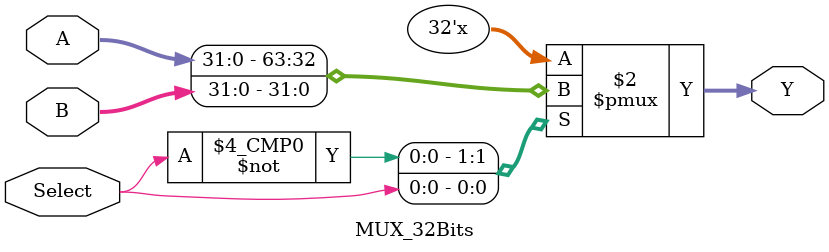
<source format=v>
`timescale 1ns / 1ps
module MUX_32Bits(
    input [31:0] A,
    input [31:0] B,
    input Select,
    output reg [31:0] Y
    );
	
	always@(A, B, Select)
		case(Select)
			0: Y = A;
			1:	Y = B;
		endcase
			
endmodule
</source>
